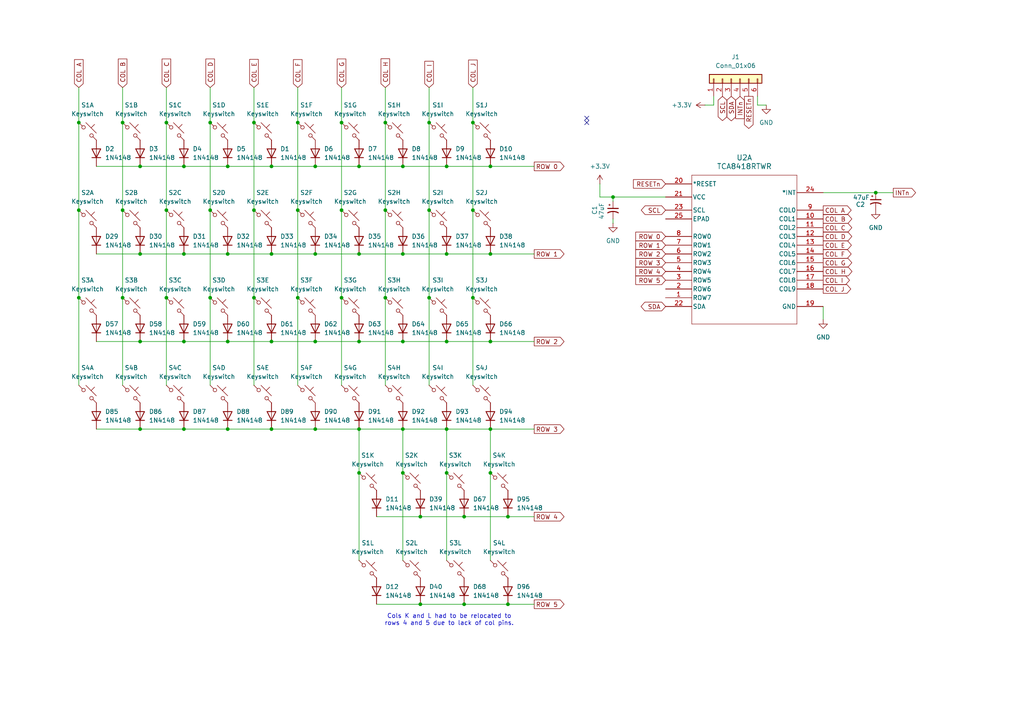
<source format=kicad_sch>
(kicad_sch (version 20231120) (generator "eeschema") (generator_version "8.0")
  (paper "A4")
  (junction (at 142.24 99.06))
  (junction (at 104.14 137.16))
  (junction (at 73.66 86.36))
  (junction (at 104.14 124.46))
  (junction (at 40.64 48.26))
  (junction (at 104.14 99.06))
  (junction (at 142.24 73.66))
  (junction (at 35.56 86.36))
  (junction (at 78.74 48.26))
  (junction (at 111.76 86.36))
  (junction (at 91.44 48.26))
  (junction (at 129.54 48.26))
  (junction (at 104.14 73.66))
  (junction (at 104.14 48.26))
  (junction (at 116.84 124.46))
  (junction (at 99.06 35.56))
  (junction (at 129.54 124.46))
  (junction (at 48.26 86.36))
  (junction (at 60.96 86.36))
  (junction (at 121.92 175.26))
  (junction (at 73.66 60.96))
  (junction (at 124.46 60.96))
  (junction (at 142.24 124.46))
  (junction (at 22.86 86.36))
  (junction (at 134.62 175.26))
  (junction (at 147.32 149.86))
  (junction (at 177.8 57.15))
  (junction (at 35.56 60.96))
  (junction (at 116.84 99.06))
  (junction (at 111.76 35.56))
  (junction (at 60.96 60.96))
  (junction (at 137.16 35.56))
  (junction (at 53.34 48.26))
  (junction (at 129.54 73.66))
  (junction (at 99.06 60.96))
  (junction (at 91.44 73.66))
  (junction (at 40.64 73.66))
  (junction (at 66.04 73.66))
  (junction (at 48.26 60.96))
  (junction (at 86.36 60.96))
  (junction (at 137.16 60.96))
  (junction (at 53.34 73.66))
  (junction (at 40.64 124.46))
  (junction (at 78.74 73.66))
  (junction (at 91.44 124.46))
  (junction (at 66.04 48.26))
  (junction (at 147.32 175.26))
  (junction (at 142.24 48.26))
  (junction (at 121.92 149.86))
  (junction (at 40.64 99.06))
  (junction (at 116.84 48.26))
  (junction (at 116.84 137.16))
  (junction (at 73.66 35.56))
  (junction (at 48.26 35.56))
  (junction (at 66.04 124.46))
  (junction (at 66.04 99.06))
  (junction (at 254 55.88))
  (junction (at 129.54 99.06))
  (junction (at 99.06 86.36))
  (junction (at 124.46 35.56))
  (junction (at 78.74 99.06))
  (junction (at 137.16 86.36))
  (junction (at 91.44 99.06))
  (junction (at 116.84 73.66))
  (junction (at 53.34 124.46))
  (junction (at 142.24 137.16))
  (junction (at 35.56 35.56))
  (junction (at 60.96 35.56))
  (junction (at 111.76 60.96))
  (junction (at 22.86 35.56))
  (junction (at 53.34 99.06))
  (junction (at 86.36 86.36))
  (junction (at 134.62 149.86))
  (junction (at 129.54 137.16))
  (junction (at 124.46 86.36))
  (junction (at 86.36 35.56))
  (junction (at 22.86 60.96))
  (junction (at 78.74 124.46))
  (no_connect (at 170.18 34.29))
  (no_connect (at 170.18 35.56))
  (wire (pts (xy 27.94 48.26) (xy 40.64 48.26)))
  (wire (pts (xy 124.46 35.56) (xy 124.46 60.96)))
  (wire (pts (xy 73.66 25.4) (xy 73.66 35.56)))
  (wire (pts (xy 173.99 57.15) (xy 177.8 57.15)))
  (wire (pts (xy 219.71 27.94) (xy 219.71 30.48)))
  (wire (pts (xy 99.06 86.36) (xy 99.06 111.76)))
  (wire (pts (xy 142.24 124.46) (xy 142.24 137.16)))
  (wire (pts (xy 207.01 30.48) (xy 207.01 27.94)))
  (wire (pts (xy 22.86 25.4) (xy 22.86 35.56)))
  (wire (pts (xy 173.99 53.34) (xy 173.99 57.15)))
  (wire (pts (xy 91.44 99.06) (xy 104.14 99.06)))
  (wire (pts (xy 129.54 73.66) (xy 142.24 73.66)))
  (wire (pts (xy 129.54 124.46) (xy 142.24 124.46)))
  (wire (pts (xy 121.92 175.26) (xy 134.62 175.26)))
  (wire (pts (xy 129.54 137.16) (xy 129.54 162.56)))
  (wire (pts (xy 22.86 86.36) (xy 22.86 111.76)))
  (wire (pts (xy 35.56 25.4) (xy 35.56 35.56)))
  (wire (pts (xy 60.96 60.96) (xy 60.96 86.36)))
  (wire (pts (xy 238.76 88.9) (xy 238.76 92.71)))
  (wire (pts (xy 35.56 60.96) (xy 35.56 86.36)))
  (wire (pts (xy 124.46 25.4) (xy 124.46 35.56)))
  (wire (pts (xy 22.86 35.56) (xy 22.86 60.96)))
  (wire (pts (xy 204.47 30.48) (xy 207.01 30.48)))
  (wire (pts (xy 99.06 35.56) (xy 99.06 60.96)))
  (wire (pts (xy 99.06 60.96) (xy 99.06 86.36)))
  (wire (pts (xy 60.96 86.36) (xy 60.96 111.76)))
  (wire (pts (xy 48.26 60.96) (xy 48.26 86.36)))
  (wire (pts (xy 124.46 60.96) (xy 124.46 86.36)))
  (wire (pts (xy 137.16 86.36) (xy 137.16 111.76)))
  (wire (pts (xy 40.64 124.46) (xy 53.34 124.46)))
  (wire (pts (xy 116.84 73.66) (xy 129.54 73.66)))
  (wire (pts (xy 27.94 73.66) (xy 40.64 73.66)))
  (wire (pts (xy 86.36 60.96) (xy 86.36 86.36)))
  (wire (pts (xy 66.04 48.26) (xy 78.74 48.26)))
  (wire (pts (xy 78.74 124.46) (xy 91.44 124.46)))
  (wire (pts (xy 137.16 60.96) (xy 137.16 86.36)))
  (wire (pts (xy 78.74 99.06) (xy 91.44 99.06)))
  (wire (pts (xy 104.14 99.06) (xy 116.84 99.06)))
  (wire (pts (xy 35.56 35.56) (xy 35.56 60.96)))
  (wire (pts (xy 104.14 48.26) (xy 116.84 48.26)))
  (wire (pts (xy 177.8 57.15) (xy 193.04 57.15)))
  (wire (pts (xy 91.44 124.46) (xy 104.14 124.46)))
  (wire (pts (xy 40.64 73.66) (xy 53.34 73.66)))
  (wire (pts (xy 91.44 48.26) (xy 104.14 48.26)))
  (wire (pts (xy 134.62 149.86) (xy 147.32 149.86)))
  (wire (pts (xy 111.76 60.96) (xy 111.76 86.36)))
  (wire (pts (xy 40.64 48.26) (xy 53.34 48.26)))
  (wire (pts (xy 116.84 124.46) (xy 116.84 137.16)))
  (wire (pts (xy 73.66 35.56) (xy 73.66 60.96)))
  (wire (pts (xy 147.32 149.86) (xy 154.94 149.86)))
  (wire (pts (xy 137.16 25.4) (xy 137.16 35.56)))
  (wire (pts (xy 48.26 86.36) (xy 48.26 111.76)))
  (wire (pts (xy 116.84 99.06) (xy 129.54 99.06)))
  (wire (pts (xy 53.34 124.46) (xy 66.04 124.46)))
  (wire (pts (xy 86.36 25.4) (xy 86.36 35.56)))
  (wire (pts (xy 147.32 175.26) (xy 154.94 175.26)))
  (wire (pts (xy 177.8 63.5) (xy 177.8 64.77)))
  (wire (pts (xy 78.74 73.66) (xy 91.44 73.66)))
  (wire (pts (xy 53.34 73.66) (xy 66.04 73.66)))
  (wire (pts (xy 116.84 48.26) (xy 129.54 48.26)))
  (wire (pts (xy 142.24 137.16) (xy 142.24 162.56)))
  (wire (pts (xy 238.76 55.88) (xy 254 55.88)))
  (wire (pts (xy 86.36 35.56) (xy 86.36 60.96)))
  (wire (pts (xy 91.44 73.66) (xy 104.14 73.66)))
  (wire (pts (xy 40.64 99.06) (xy 53.34 99.06)))
  (wire (pts (xy 35.56 86.36) (xy 35.56 111.76)))
  (wire (pts (xy 27.94 99.06) (xy 40.64 99.06)))
  (wire (pts (xy 86.36 86.36) (xy 86.36 111.76)))
  (wire (pts (xy 109.22 149.86) (xy 121.92 149.86)))
  (wire (pts (xy 104.14 124.46) (xy 116.84 124.46)))
  (wire (pts (xy 99.06 25.4) (xy 99.06 35.56)))
  (wire (pts (xy 104.14 124.46) (xy 104.14 137.16)))
  (wire (pts (xy 104.14 137.16) (xy 104.14 162.56)))
  (wire (pts (xy 124.46 86.36) (xy 124.46 111.76)))
  (wire (pts (xy 48.26 25.4) (xy 48.26 35.56)))
  (wire (pts (xy 73.66 60.96) (xy 73.66 86.36)))
  (wire (pts (xy 111.76 25.4) (xy 111.76 35.56)))
  (wire (pts (xy 53.34 48.26) (xy 66.04 48.26)))
  (wire (pts (xy 142.24 99.06) (xy 154.94 99.06)))
  (wire (pts (xy 53.34 99.06) (xy 66.04 99.06)))
  (wire (pts (xy 129.54 124.46) (xy 129.54 137.16)))
  (wire (pts (xy 121.92 149.86) (xy 134.62 149.86)))
  (wire (pts (xy 73.66 86.36) (xy 73.66 111.76)))
  (wire (pts (xy 22.86 60.96) (xy 22.86 86.36)))
  (wire (pts (xy 104.14 73.66) (xy 116.84 73.66)))
  (wire (pts (xy 177.8 58.42) (xy 177.8 57.15)))
  (wire (pts (xy 134.62 175.26) (xy 147.32 175.26)))
  (wire (pts (xy 78.74 48.26) (xy 91.44 48.26)))
  (wire (pts (xy 66.04 99.06) (xy 78.74 99.06)))
  (wire (pts (xy 27.94 124.46) (xy 40.64 124.46)))
  (wire (pts (xy 142.24 73.66) (xy 154.94 73.66)))
  (wire (pts (xy 60.96 25.4) (xy 60.96 35.56)))
  (wire (pts (xy 219.71 30.48) (xy 222.25 30.48)))
  (wire (pts (xy 129.54 99.06) (xy 142.24 99.06)))
  (wire (pts (xy 137.16 35.56) (xy 137.16 60.96)))
  (wire (pts (xy 66.04 124.46) (xy 78.74 124.46)))
  (wire (pts (xy 116.84 124.46) (xy 129.54 124.46)))
  (wire (pts (xy 109.22 175.26) (xy 121.92 175.26)))
  (wire (pts (xy 66.04 73.66) (xy 78.74 73.66)))
  (wire (pts (xy 142.24 124.46) (xy 154.94 124.46)))
  (wire (pts (xy 60.96 35.56) (xy 60.96 60.96)))
  (wire (pts (xy 142.24 48.26) (xy 154.94 48.26)))
  (wire (pts (xy 111.76 86.36) (xy 111.76 111.76)))
  (wire (pts (xy 111.76 35.56) (xy 111.76 60.96)))
  (wire (pts (xy 254 55.88) (xy 259.08 55.88)))
  (wire (pts (xy 129.54 48.26) (xy 142.24 48.26)))
  (wire (pts (xy 48.26 35.56) (xy 48.26 60.96)))
  (wire (pts (xy 116.84 137.16) (xy 116.84 162.56)))
  (text "Cols K and L had to be relocated to\nrows 4 and 5 due to lack of col pins.\n" (at 130.302 179.832 0) (effects (font (size 1.27 1.27))))
  (global_label "ROW 2" (shape input) (at 193.04 73.66 180) (property "Intersheetrefs" "${INTERSHEET_REFS}" (effects (hide yes))))
  (global_label "ROW 3" (shape output) (at 154.94 124.46 0) (property "Intersheetrefs" "${INTERSHEET_REFS}" (effects (hide yes))))
  (global_label "COL F" (shape output) (at 238.76 73.66 0) (property "Intersheetrefs" "${INTERSHEET_REFS}" (effects (hide yes))))
  (global_label "COL J" (shape input) (at 137.16 25.4 90) (property "Intersheetrefs" "${INTERSHEET_REFS}" (effects (hide yes))))
  (global_label "COL G" (shape input) (at 99.06 25.4 90) (property "Intersheetrefs" "${INTERSHEET_REFS}" (effects (hide yes))))
  (global_label "COL A" (shape output) (at 238.76 60.96 0) (property "Intersheetrefs" "${INTERSHEET_REFS}" (effects (hide yes))))
  (global_label "RESETn" (shape input) (at 193.04 53.34 180) (property "Intersheetrefs" "${INTERSHEET_REFS}" (effects (hide yes))))
  (global_label "COL F" (shape input) (at 86.36 25.4 90) (property "Intersheetrefs" "${INTERSHEET_REFS}" (effects (hide yes))))
  (global_label "SDA" (shape bidirectional) (at 212.09 27.94 270) (property "Intersheetrefs" "${INTERSHEET_REFS}" (effects (hide yes))))
  (global_label "INTn" (shape output) (at 259.08 55.88 0) (property "Intersheetrefs" "${INTERSHEET_REFS}" (effects (hide yes))))
  (global_label "COL D" (shape input) (at 60.96 25.4 90) (property "Intersheetrefs" "${INTERSHEET_REFS}" (effects (hide yes))))
  (global_label "ROW 1" (shape input) (at 193.04 71.12 180) (property "Intersheetrefs" "${INTERSHEET_REFS}" (effects (hide yes))))
  (global_label "SCL" (shape bidirectional) (at 209.55 27.94 270) (property "Intersheetrefs" "${INTERSHEET_REFS}" (effects (hide yes))))
  (global_label "SCL" (shape bidirectional) (at 193.04 60.96 180) (property "Intersheetrefs" "${INTERSHEET_REFS}" (effects (hide yes))))
  (global_label "ROW 4" (shape output) (at 154.94 149.86 0) (property "Intersheetrefs" "${INTERSHEET_REFS}" (effects (hide yes))))
  (global_label "COL H" (shape input) (at 111.76 25.4 90) (property "Intersheetrefs" "${INTERSHEET_REFS}" (effects (hide yes))))
  (global_label "COL D" (shape output) (at 238.76 68.58 0) (property "Intersheetrefs" "${INTERSHEET_REFS}" (effects (hide yes))))
  (global_label "ROW 2" (shape output) (at 154.94 99.06 0) (property "Intersheetrefs" "${INTERSHEET_REFS}" (effects (hide yes))))
  (global_label "ROW 4" (shape input) (at 193.04 78.74 180) (property "Intersheetrefs" "${INTERSHEET_REFS}" (effects (hide yes))))
  (global_label "COL J" (shape output) (at 238.76 83.82 0) (property "Intersheetrefs" "${INTERSHEET_REFS}" (effects (hide yes))))
  (global_label "COL C" (shape output) (at 238.76 66.04 0) (property "Intersheetrefs" "${INTERSHEET_REFS}" (effects (hide yes))))
  (global_label "ROW 0" (shape input) (at 193.04 68.58 180) (property "Intersheetrefs" "${INTERSHEET_REFS}" (effects (hide yes))))
  (global_label "ROW 5" (shape output) (at 154.94 175.26 0) (property "Intersheetrefs" "${INTERSHEET_REFS}" (effects (hide yes))))
  (global_label "INTn" (shape input) (at 214.63 27.94 270) (property "Intersheetrefs" "${INTERSHEET_REFS}" (effects (hide yes))))
  (global_label "COL G" (shape output) (at 238.76 76.2 0) (property "Intersheetrefs" "${INTERSHEET_REFS}" (effects (hide yes))))
  (global_label "COL B" (shape output) (at 238.76 63.5 0) (property "Intersheetrefs" "${INTERSHEET_REFS}" (effects (hide yes))))
  (global_label "COL C" (shape input) (at 48.26 25.4 90) (property "Intersheetrefs" "${INTERSHEET_REFS}" (effects (hide yes))))
  (global_label "COL I" (shape output) (at 238.76 81.28 0) (property "Intersheetrefs" "${INTERSHEET_REFS}" (effects (hide yes))))
  (global_label "COL I" (shape input) (at 124.46 25.4 90) (property "Intersheetrefs" "${INTERSHEET_REFS}" (effects (hide yes))))
  (global_label "ROW 3" (shape input) (at 193.04 76.2 180) (property "Intersheetrefs" "${INTERSHEET_REFS}" (effects (hide yes))))
  (global_label "ROW 5" (shape input) (at 193.04 81.28 180) (property "Intersheetrefs" "${INTERSHEET_REFS}" (effects (hide yes))))
  (global_label "COL B" (shape input) (at 35.56 25.4 90) (property "Intersheetrefs" "${INTERSHEET_REFS}" (effects (hide yes))))
  (global_label "RESETn" (shape output) (at 217.17 27.94 270) (property "Intersheetrefs" "${INTERSHEET_REFS}" (effects (hide yes))))
  (global_label "COL H" (shape output) (at 238.76 78.74 0) (property "Intersheetrefs" "${INTERSHEET_REFS}" (effects (hide yes))))
  (global_label "ROW 0" (shape output) (at 154.94 48.26 0) (property "Intersheetrefs" "${INTERSHEET_REFS}" (effects (hide yes))))
  (global_label "ROW 1" (shape output) (at 154.94 73.66 0) (property "Intersheetrefs" "${INTERSHEET_REFS}" (effects (hide yes))))
  (global_label "COL A" (shape input) (at 22.86 25.4 90) (property "Intersheetrefs" "${INTERSHEET_REFS}" (effects (hide yes))))
  (global_label "COL E" (shape output) (at 238.76 71.12 0) (property "Intersheetrefs" "${INTERSHEET_REFS}" (effects (hide yes))))
  (global_label "SDA" (shape bidirectional) (at 193.04 88.9 180) (property "Intersheetrefs" "${INTERSHEET_REFS}" (effects (hide yes))))
  (global_label "COL E" (shape input) (at 73.66 25.4 90) (property "Intersheetrefs" "${INTERSHEET_REFS}" (effects (hide yes))))
  (symbol (lib_id "Diode:1N4148") (at 78.74 120.65 90) (unit 1)
    (property "Reference" "D89" (at 81.28 119.3799 90) (effects (justify right)))
    (property "Value" "1N4148" (at 81.28 121.9199 90) (effects (justify right)))
    (property "Footprint" "Diode_THT:D_DO-35_SOD27_P7.62mm_Horizontal" (effects (hide yes)))
    (property "Datasheet" "https://assets.nexperia.com/documents/data-sheet/1N4148_1N4448.pdf" (effects (hide yes)))
    (property "Description" "100V 0.15A standard switching diode, DO-35" (effects (hide yes)))
    (property "Sim.Device" "D" (effects (hide yes)))
    (property "Sim.Pins" "1=K 2=A" (effects (hide yes)))
  )
  (symbol (lib_id "Diode:1N4148") (at 66.04 69.85 90) (unit 1)
    (property "Reference" "D32" (at 68.58 68.5799 90) (effects (justify right)))
    (property "Value" "1N4148" (at 68.58 71.1199 90) (effects (justify right)))
    (property "Footprint" "Diode_THT:D_DO-35_SOD27_P7.62mm_Horizontal" (effects (hide yes)))
    (property "Datasheet" "https://assets.nexperia.com/documents/data-sheet/1N4148_1N4448.pdf" (effects (hide yes)))
    (property "Description" "100V 0.15A standard switching diode, DO-35" (effects (hide yes)))
    (property "Sim.Device" "D" (effects (hide yes)))
    (property "Sim.Pins" "1=K 2=A" (effects (hide yes)))
  )
  (symbol (lib_id "ScottoKeebs:Placeholder_Keyswitch") (at 139.7 88.9 0) (unit 1)
    (property "Reference" "S3J" (at 139.7 81.28 0))
    (property "Value" "Keyswitch" (at 139.7 83.82 0))
    (property "Description" "Push button switch, normally open, two pins, 45° tilted" (effects (hide yes)))
  )
  (symbol (lib_id "ScottoKeebs:Placeholder_Keyswitch") (at 38.1 88.9 0) (unit 1)
    (property "Reference" "S3B" (at 38.1 81.28 0))
    (property "Value" "Keyswitch" (at 38.1 83.82 0))
    (property "Description" "Push button switch, normally open, two pins, 45° tilted" (effects (hide yes)))
  )
  (symbol (lib_id "Diode:1N4148") (at 91.44 69.85 90) (unit 1)
    (property "Reference" "D34" (at 93.98 68.5799 90) (effects (justify right)))
    (property "Value" "1N4148" (at 93.98 71.1199 90) (effects (justify right)))
    (property "Footprint" "Diode_THT:D_DO-35_SOD27_P7.62mm_Horizontal" (effects (hide yes)))
    (property "Datasheet" "https://assets.nexperia.com/documents/data-sheet/1N4148_1N4448.pdf" (effects (hide yes)))
    (property "Description" "100V 0.15A standard switching diode, DO-35" (effects (hide yes)))
    (property "Sim.Device" "D" (effects (hide yes)))
    (property "Sim.Pins" "1=K 2=A" (effects (hide yes)))
  )
  (symbol (lib_id "Device:C_Polarized_Small_US") (at 177.8 60.96 0) (unit 1)
    (property "Reference" "C1" (at 172.466 60.96 90))
    (property "Value" "47uF" (at 174.498 61.214 90))
    (property "Description" "Polarized capacitor, small US symbol" (effects (hide yes)))
  )
  (symbol (lib_id "Diode:1N4148") (at 104.14 95.25 90) (unit 1)
    (property "Reference" "D63" (at 106.68 93.9799 90) (effects (justify right)))
    (property "Value" "1N4148" (at 106.68 96.5199 90) (effects (justify right)))
    (property "Footprint" "Diode_THT:D_DO-35_SOD27_P7.62mm_Horizontal" (effects (hide yes)))
    (property "Datasheet" "https://assets.nexperia.com/documents/data-sheet/1N4148_1N4448.pdf" (effects (hide yes)))
    (property "Description" "100V 0.15A standard switching diode, DO-35" (effects (hide yes)))
    (property "Sim.Device" "D" (effects (hide yes)))
    (property "Sim.Pins" "1=K 2=A" (effects (hide yes)))
  )
  (symbol (lib_id "ScottoKeebs:Placeholder_Keyswitch") (at 88.9 114.3 0) (unit 1)
    (property "Reference" "S4F" (at 88.9 106.68 0))
    (property "Value" "Keyswitch" (at 88.9 109.22 0))
    (property "Description" "Push button switch, normally open, two pins, 45° tilted" (effects (hide yes)))
  )
  (symbol (lib_id "ScottoKeebs:Placeholder_Keyswitch") (at 139.7 114.3 0) (unit 1)
    (property "Reference" "S4J" (at 139.7 106.68 0))
    (property "Value" "Keyswitch" (at 139.7 109.22 0))
    (property "Description" "Push button switch, normally open, two pins, 45° tilted" (effects (hide yes)))
  )
  (symbol (lib_id "ScottoKeebs:Placeholder_Keyswitch") (at 114.3 63.5 0) (unit 1)
    (property "Reference" "S2H" (at 114.3 55.88 0))
    (property "Value" "Keyswitch" (at 114.3 58.42 0))
    (property "Description" "Push button switch, normally open, two pins, 45° tilted" (effects (hide yes)))
  )
  (symbol (lib_id "ScottoKeebs:Placeholder_Keyswitch") (at 114.3 38.1 0) (unit 1)
    (property "Reference" "S1H" (at 114.3 30.48 0))
    (property "Value" "Keyswitch" (at 114.3 33.02 0))
    (property "Description" "Push button switch, normally open, two pins, 45° tilted" (effects (hide yes)))
  )
  (symbol (lib_id "Diode:1N4148") (at 129.54 95.25 90) (unit 1)
    (property "Reference" "D65" (at 132.08 93.9799 90) (effects (justify right)))
    (property "Value" "1N4148" (at 132.08 96.5199 90) (effects (justify right)))
    (property "Footprint" "Diode_THT:D_DO-35_SOD27_P7.62mm_Horizontal" (effects (hide yes)))
    (property "Datasheet" "https://assets.nexperia.com/documents/data-sheet/1N4148_1N4448.pdf" (effects (hide yes)))
    (property "Description" "100V 0.15A standard switching diode, DO-35" (effects (hide yes)))
    (property "Sim.Device" "D" (effects (hide yes)))
    (property "Sim.Pins" "1=K 2=A" (effects (hide yes)))
  )
  (symbol (lib_id "Diode:1N4148") (at 142.24 120.65 90) (unit 1)
    (property "Reference" "D94" (at 144.78 119.3799 90) (effects (justify right)))
    (property "Value" "1N4148" (at 144.78 121.9199 90) (effects (justify right)))
    (property "Footprint" "Diode_THT:D_DO-35_SOD27_P7.62mm_Horizontal" (effects (hide yes)))
    (property "Datasheet" "https://assets.nexperia.com/documents/data-sheet/1N4148_1N4448.pdf" (effects (hide yes)))
    (property "Description" "100V 0.15A standard switching diode, DO-35" (effects (hide yes)))
    (property "Sim.Device" "D" (effects (hide yes)))
    (property "Sim.Pins" "1=K 2=A" (effects (hide yes)))
  )
  (symbol (lib_id "power:GND") (at 177.8 64.77 0) (unit 1)
    (property "Reference" "#PWR03" (effects (hide yes)))
    (property "Value" "GND" (at 177.8 69.85 0))
    (property "Description" "Power symbol creates a global label with name \"GND\" , ground" (effects (hide yes)))
  )
  (symbol (lib_id "ScottoKeebs:Placeholder_Keyswitch") (at 101.6 38.1 0) (unit 1)
    (property "Reference" "S1G" (at 101.6 30.48 0))
    (property "Value" "Keyswitch" (at 101.6 33.02 0))
    (property "Description" "Push button switch, normally open, two pins, 45° tilted" (effects (hide yes)))
  )
  (symbol (lib_id "ScottoKeebs:Placeholder_Keyswitch") (at 76.2 63.5 0) (unit 1)
    (property "Reference" "S2E" (at 76.2 55.88 0))
    (property "Value" "Keyswitch" (at 76.2 58.42 0))
    (property "Description" "Push button switch, normally open, two pins, 45° tilted" (effects (hide yes)))
  )
  (symbol (lib_id "Diode:1N4148") (at 40.64 95.25 90) (unit 1)
    (property "Reference" "D58" (at 43.18 93.9799 90) (effects (justify right)))
    (property "Value" "1N4148" (at 43.18 96.5199 90) (effects (justify right)))
    (property "Footprint" "Diode_THT:D_DO-35_SOD27_P7.62mm_Horizontal" (effects (hide yes)))
    (property "Datasheet" "https://assets.nexperia.com/documents/data-sheet/1N4148_1N4448.pdf" (effects (hide yes)))
    (property "Description" "100V 0.15A standard switching diode, DO-35" (effects (hide yes)))
    (property "Sim.Device" "D" (effects (hide yes)))
    (property "Sim.Pins" "1=K 2=A" (effects (hide yes)))
  )
  (symbol (lib_id "ScottoKeebs:Placeholder_Keyswitch") (at 144.78 165.1 0) (unit 1)
    (property "Reference" "S4L" (at 144.78 157.48 0))
    (property "Value" "Keyswitch" (at 144.78 160.02 0))
    (property "Description" "Push button switch, normally open, two pins, 45° tilted" (effects (hide yes)))
  )
  (symbol (lib_id "ScottoKeebs:Placeholder_Keyswitch") (at 25.4 63.5 0) (unit 1)
    (property "Reference" "S2A" (at 25.4 55.88 0))
    (property "Value" "Keyswitch" (at 25.4 58.42 0))
    (property "Description" "Push button switch, normally open, two pins, 45° tilted" (effects (hide yes)))
  )
  (symbol (lib_id "Diode:1N4148") (at 27.94 95.25 90) (unit 1)
    (property "Reference" "D57" (at 30.48 93.9799 90) (effects (justify right)))
    (property "Value" "1N4148" (at 30.48 96.5199 90) (effects (justify right)))
    (property "Footprint" "Diode_THT:D_DO-35_SOD27_P7.62mm_Horizontal" (effects (hide yes)))
    (property "Datasheet" "https://assets.nexperia.com/documents/data-sheet/1N4148_1N4448.pdf" (effects (hide yes)))
    (property "Description" "100V 0.15A standard switching diode, DO-35" (effects (hide yes)))
    (property "Sim.Device" "D" (effects (hide yes)))
    (property "Sim.Pins" "1=K 2=A" (effects (hide yes)))
  )
  (symbol (lib_id "Diode:1N4148") (at 40.64 120.65 90) (unit 1)
    (property "Reference" "D86" (at 43.18 119.3799 90) (effects (justify right)))
    (property "Value" "1N4148" (at 43.18 121.9199 90) (effects (justify right)))
    (property "Footprint" "Diode_THT:D_DO-35_SOD27_P7.62mm_Horizontal" (effects (hide yes)))
    (property "Datasheet" "https://assets.nexperia.com/documents/data-sheet/1N4148_1N4448.pdf" (effects (hide yes)))
    (property "Description" "100V 0.15A standard switching diode, DO-35" (effects (hide yes)))
    (property "Sim.Device" "D" (effects (hide yes)))
    (property "Sim.Pins" "1=K 2=A" (effects (hide yes)))
  )
  (symbol (lib_id "Connector_Generic:Conn_01x06") (at 212.09 22.86 90) (unit 1)
    (property "Reference" "J1" (at 213.36 16.51 90))
    (property "Value" "Conn_01x06" (at 213.36 19.05 90))
    (property "Description" "Generic connector, single row, 01x06, script generated (kicad-library-utils/schlib/autogen/connector/)" (effects (hide yes)))
  )
  (symbol (lib_id "Diode:1N4148") (at 134.62 171.45 90) (unit 1)
    (property "Reference" "D68" (at 137.16 170.1799 90) (effects (justify right)))
    (property "Value" "1N4148" (at 137.16 172.7199 90) (effects (justify right)))
    (property "Footprint" "Diode_THT:D_DO-35_SOD27_P7.62mm_Horizontal" (effects (hide yes)))
    (property "Datasheet" "https://assets.nexperia.com/documents/data-sheet/1N4148_1N4448.pdf" (effects (hide yes)))
    (property "Description" "100V 0.15A standard switching diode, DO-35" (effects (hide yes)))
    (property "Sim.Device" "D" (effects (hide yes)))
    (property "Sim.Pins" "1=K 2=A" (effects (hide yes)))
  )
  (symbol (lib_id "Diode:1N4148") (at 104.14 69.85 90) (unit 1)
    (property "Reference" "D35" (at 106.68 68.5799 90) (effects (justify right)))
    (property "Value" "1N4148" (at 106.68 71.1199 90) (effects (justify right)))
    (property "Footprint" "Diode_THT:D_DO-35_SOD27_P7.62mm_Horizontal" (effects (hide yes)))
    (property "Datasheet" "https://assets.nexperia.com/documents/data-sheet/1N4148_1N4448.pdf" (effects (hide yes)))
    (property "Description" "100V 0.15A standard switching diode, DO-35" (effects (hide yes)))
    (property "Sim.Device" "D" (effects (hide yes)))
    (property "Sim.Pins" "1=K 2=A" (effects (hide yes)))
  )
  (symbol (lib_id "Diode:1N4148") (at 53.34 120.65 90) (unit 1)
    (property "Reference" "D87" (at 55.88 119.3799 90) (effects (justify right)))
    (property "Value" "1N4148" (at 55.88 121.9199 90) (effects (justify right)))
    (property "Footprint" "Diode_THT:D_DO-35_SOD27_P7.62mm_Horizontal" (effects (hide yes)))
    (property "Datasheet" "https://assets.nexperia.com/documents/data-sheet/1N4148_1N4448.pdf" (effects (hide yes)))
    (property "Description" "100V 0.15A standard switching diode, DO-35" (effects (hide yes)))
    (property "Sim.Device" "D" (effects (hide yes)))
    (property "Sim.Pins" "1=K 2=A" (effects (hide yes)))
  )
  (symbol (lib_id "Diode:1N4148") (at 91.44 95.25 90) (unit 1)
    (property "Reference" "D62" (at 93.98 93.9799 90) (effects (justify right)))
    (property "Value" "1N4148" (at 93.98 96.5199 90) (effects (justify right)))
    (property "Footprint" "Diode_THT:D_DO-35_SOD27_P7.62mm_Horizontal" (effects (hide yes)))
    (property "Datasheet" "https://assets.nexperia.com/documents/data-sheet/1N4148_1N4448.pdf" (effects (hide yes)))
    (property "Description" "100V 0.15A standard switching diode, DO-35" (effects (hide yes)))
    (property "Sim.Device" "D" (effects (hide yes)))
    (property "Sim.Pins" "1=K 2=A" (effects (hide yes)))
  )
  (symbol (lib_id "Diode:1N4148") (at 66.04 44.45 90) (unit 1)
    (property "Reference" "D5" (at 68.58 43.1799 90) (effects (justify right)))
    (property "Value" "1N4148" (at 68.58 45.7199 90) (effects (justify right)))
    (property "Footprint" "Diode_THT:D_DO-35_SOD27_P7.62mm_Horizontal" (effects (hide yes)))
    (property "Datasheet" "https://assets.nexperia.com/documents/data-sheet/1N4148_1N4448.pdf" (effects (hide yes)))
    (property "Description" "100V 0.15A standard switching diode, DO-35" (effects (hide yes)))
    (property "Sim.Device" "D" (effects (hide yes)))
    (property "Sim.Pins" "1=K 2=A" (effects (hide yes)))
  )
  (symbol (lib_id "ScottoKeebs:Placeholder_Keyswitch") (at 127 114.3 0) (unit 1)
    (property "Reference" "S4I" (at 127 106.68 0))
    (property "Value" "Keyswitch" (at 127 109.22 0))
    (property "Description" "Push button switch, normally open, two pins, 45° tilted" (effects (hide yes)))
  )
  (symbol (lib_id "Diode:1N4148") (at 104.14 44.45 90) (unit 1)
    (property "Reference" "D7" (at 106.68 43.1799 90) (effects (justify right)))
    (property "Value" "1N4148" (at 106.68 45.7199 90) (effects (justify right)))
    (property "Footprint" "Diode_THT:D_DO-35_SOD27_P7.62mm_Horizontal" (effects (hide yes)))
    (property "Datasheet" "https://assets.nexperia.com/documents/data-sheet/1N4148_1N4448.pdf" (effects (hide yes)))
    (property "Description" "100V 0.15A standard switching diode, DO-35" (effects (hide yes)))
    (property "Sim.Device" "D" (effects (hide yes)))
    (property "Sim.Pins" "1=K 2=A" (effects (hide yes)))
  )
  (symbol (lib_id "Diode:1N4148") (at 66.04 120.65 90) (unit 1)
    (property "Reference" "D88" (at 68.58 119.3799 90) (effects (justify right)))
    (property "Value" "1N4148" (at 68.58 121.9199 90) (effects (justify right)))
    (property "Footprint" "Diode_THT:D_DO-35_SOD27_P7.62mm_Horizontal" (effects (hide yes)))
    (property "Datasheet" "https://assets.nexperia.com/documents/data-sheet/1N4148_1N4448.pdf" (effects (hide yes)))
    (property "Description" "100V 0.15A standard switching diode, DO-35" (effects (hide yes)))
    (property "Sim.Device" "D" (effects (hide yes)))
    (property "Sim.Pins" "1=K 2=A" (effects (hide yes)))
  )
  (symbol (lib_id "Diode:1N4148") (at 66.04 95.25 90) (unit 1)
    (property "Reference" "D60" (at 68.58 93.9799 90) (effects (justify right)))
    (property "Value" "1N4148" (at 68.58 96.5199 90) (effects (justify right)))
    (property "Footprint" "Diode_THT:D_DO-35_SOD27_P7.62mm_Horizontal" (effects (hide yes)))
    (property "Datasheet" "https://assets.nexperia.com/documents/data-sheet/1N4148_1N4448.pdf" (effects (hide yes)))
    (property "Description" "100V 0.15A standard switching diode, DO-35" (effects (hide yes)))
    (property "Sim.Device" "D" (effects (hide yes)))
    (property "Sim.Pins" "1=K 2=A" (effects (hide yes)))
  )
  (symbol (lib_id "Diode:1N4148") (at 27.94 69.85 90) (unit 1)
    (property "Reference" "D29" (at 30.48 68.5799 90) (effects (justify right)))
    (property "Value" "1N4148" (at 30.48 71.1199 90) (effects (justify right)))
    (property "Footprint" "Diode_THT:D_DO-35_SOD27_P7.62mm_Horizontal" (effects (hide yes)))
    (property "Datasheet" "https://assets.nexperia.com/documents/data-sheet/1N4148_1N4448.pdf" (effects (hide yes)))
    (property "Description" "100V 0.15A standard switching diode, DO-35" (effects (hide yes)))
    (property "Sim.Device" "D" (effects (hide yes)))
    (property "Sim.Pins" "1=K 2=A" (effects (hide yes)))
  )
  (symbol (lib_id "ScottoKeebs:Placeholder_Keyswitch") (at 101.6 88.9 0) (unit 1)
    (property "Reference" "S3G" (at 101.6 81.28 0))
    (property "Value" "Keyswitch" (at 101.6 83.82 0))
    (property "Description" "Push button switch, normally open, two pins, 45° tilted" (effects (hide yes)))
  )
  (symbol (lib_id "Diode:1N4148") (at 121.92 146.05 90) (unit 1)
    (property "Reference" "D39" (at 124.46 144.7799 90) (effects (justify right)))
    (property "Value" "1N4148" (at 124.46 147.3199 90) (effects (justify right)))
    (property "Footprint" "Diode_THT:D_DO-35_SOD27_P7.62mm_Horizontal" (effects (hide yes)))
    (property "Datasheet" "https://assets.nexperia.com/documents/data-sheet/1N4148_1N4448.pdf" (effects (hide yes)))
    (property "Description" "100V 0.15A standard switching diode, DO-35" (effects (hide yes)))
    (property "Sim.Device" "D" (effects (hide yes)))
    (property "Sim.Pins" "1=K 2=A" (effects (hide yes)))
  )
  (symbol (lib_id "ScottoKeebs:Placeholder_Keyswitch") (at 114.3 88.9 0) (unit 1)
    (property "Reference" "S3H" (at 114.3 81.28 0))
    (property "Value" "Keyswitch" (at 114.3 83.82 0))
    (property "Description" "Push button switch, normally open, two pins, 45° tilted" (effects (hide yes)))
  )
  (symbol (lib_id "ScottoKeebs:Placeholder_Keyswitch") (at 63.5 114.3 0) (unit 1)
    (property "Reference" "S4D" (at 63.5 106.68 0))
    (property "Value" "Keyswitch" (at 63.5 109.22 0))
    (property "Description" "Push button switch, normally open, two pins, 45° tilted" (effects (hide yes)))
  )
  (symbol (lib_id "ScottoKeebs:Placeholder_Keyswitch") (at 119.38 139.7 0) (unit 1)
    (property "Reference" "S2K" (at 119.38 132.08 0))
    (property "Value" "Keyswitch" (at 119.38 134.62 0))
    (property "Description" "Push button switch, normally open, two pins, 45° tilted" (effects (hide yes)))
  )
  (symbol (lib_id "Diode:1N4148") (at 129.54 69.85 90) (unit 1)
    (property "Reference" "D37" (at 132.08 68.5799 90) (effects (justify right)))
    (property "Value" "1N4148" (at 132.08 71.1199 90) (effects (justify right)))
    (property "Footprint" "Diode_THT:D_DO-35_SOD27_P7.62mm_Horizontal" (effects (hide yes)))
    (property "Datasheet" "https://assets.nexperia.com/documents/data-sheet/1N4148_1N4448.pdf" (effects (hide yes)))
    (property "Description" "100V 0.15A standard switching diode, DO-35" (effects (hide yes)))
    (property "Sim.Device" "D" (effects (hide yes)))
    (property "Sim.Pins" "1=K 2=A" (effects (hide yes)))
  )
  (symbol (lib_id "ScottoKeebs:Placeholder_Keyswitch") (at 132.08 165.1 0) (unit 1)
    (property "Reference" "S3L" (at 132.08 157.48 0))
    (property "Value" "Keyswitch" (at 132.08 160.02 0))
    (property "Description" "Push button switch, normally open, two pins, 45° tilted" (effects (hide yes)))
  )
  (symbol (lib_id "ScottoKeebs:Placeholder_Keyswitch") (at 106.68 139.7 0) (unit 1)
    (property "Reference" "S1K" (at 106.68 132.08 0))
    (property "Value" "Keyswitch" (at 106.68 134.62 0))
    (property "Description" "Push button switch, normally open, two pins, 45° tilted" (effects (hide yes)))
  )
  (symbol (lib_id "Diode:1N4148") (at 134.62 146.05 90) (unit 1)
    (property "Reference" "D67" (at 137.16 144.7799 90) (effects (justify right)))
    (property "Value" "1N4148" (at 137.16 147.3199 90) (effects (justify right)))
    (property "Footprint" "Diode_THT:D_DO-35_SOD27_P7.62mm_Horizontal" (effects (hide yes)))
    (property "Datasheet" "https://assets.nexperia.com/documents/data-sheet/1N4148_1N4448.pdf" (effects (hide yes)))
    (property "Description" "100V 0.15A standard switching diode, DO-35" (effects (hide yes)))
    (property "Sim.Device" "D" (effects (hide yes)))
    (property "Sim.Pins" "1=K 2=A" (effects (hide yes)))
  )
  (symbol (lib_id "ScottoKeebs:Placeholder_Keyswitch") (at 132.08 139.7 0) (unit 1)
    (property "Reference" "S3K" (at 132.08 132.08 0))
    (property "Value" "Keyswitch" (at 132.08 134.62 0))
    (property "Description" "Push button switch, normally open, two pins, 45° tilted" (effects (hide yes)))
  )
  (symbol (lib_id "Diode:1N4148") (at 142.24 95.25 90) (unit 1)
    (property "Reference" "D66" (at 144.78 93.9799 90) (effects (justify right)))
    (property "Value" "1N4148" (at 144.78 96.5199 90) (effects (justify right)))
    (property "Footprint" "Diode_THT:D_DO-35_SOD27_P7.62mm_Horizontal" (effects (hide yes)))
    (property "Datasheet" "https://assets.nexperia.com/documents/data-sheet/1N4148_1N4448.pdf" (effects (hide yes)))
    (property "Description" "100V 0.15A standard switching diode, DO-35" (effects (hide yes)))
    (property "Sim.Device" "D" (effects (hide yes)))
    (property "Sim.Pins" "1=K 2=A" (effects (hide yes)))
  )
  (symbol (lib_id "Diode:1N4148") (at 40.64 69.85 90) (unit 1)
    (property "Reference" "D30" (at 43.18 68.5799 90) (effects (justify right)))
    (property "Value" "1N4148" (at 43.18 71.1199 90) (effects (justify right)))
    (property "Footprint" "Diode_THT:D_DO-35_SOD27_P7.62mm_Horizontal" (effects (hide yes)))
    (property "Datasheet" "https://assets.nexperia.com/documents/data-sheet/1N4148_1N4448.pdf" (effects (hide yes)))
    (property "Description" "100V 0.15A standard switching diode, DO-35" (effects (hide yes)))
    (property "Sim.Device" "D" (effects (hide yes)))
    (property "Sim.Pins" "1=K 2=A" (effects (hide yes)))
  )
  (symbol (lib_id "ScottoKeebs:Placeholder_Keyswitch") (at 25.4 38.1 0) (unit 1)
    (property "Reference" "S1A" (at 25.4 30.48 0))
    (property "Value" "Keyswitch" (at 25.4 33.02 0))
    (property "Description" "Push button switch, normally open, two pins, 45° tilted" (effects (hide yes)))
  )
  (symbol (lib_id "ScottoKeebs:Placeholder_Keyswitch") (at 144.78 139.7 0) (unit 1)
    (property "Reference" "S4K" (at 144.78 132.08 0))
    (property "Value" "Keyswitch" (at 144.78 134.62 0))
    (property "Description" "Push button switch, normally open, two pins, 45° tilted" (effects (hide yes)))
  )
  (symbol (lib_id "power:+3.3V") (at 204.47 30.48 90) (unit 1)
    (property "Reference" "#PWR05" (effects (hide yes)))
    (property "Value" "+3.3V" (at 200.66 30.4799 90) (effects (justify left)))
    (property "Description" "Power symbol creates a global label with name \"+3.3V\"" (effects (hide yes)))
  )
  (symbol (lib_name "TCA8418RTWR_1") (lib_id "TCA8418RTWR:TCA8418RTWR") (at 193.04 55.88 0) (unit 1)
    (property "Reference" "U2" (at 215.9 45.72 0) (effects (font (size 1.524 1.524))))
    (property "Value" "TCA8418RTWR" (at 215.9 48.26 0) (effects (font (size 1.524 1.524))))
    (property "Footprint" "RTW24_2P45X2P45" (effects (hide yes)))
    (property "Datasheet" "TCA8418RTWR" (effects (hide yes)))
  )
  (symbol (lib_id "Diode:1N4148") (at 78.74 44.45 90) (unit 1)
    (property "Reference" "D1" (at 81.28 43.1799 90) (effects (justify right)))
    (property "Value" "1N4148" (at 81.28 45.7199 90) (effects (justify right)))
    (property "Footprint" "Diode_THT:D_DO-35_SOD27_P7.62mm_Horizontal" (effects (hide yes)))
    (property "Datasheet" "https://assets.nexperia.com/documents/data-sheet/1N4148_1N4448.pdf" (effects (hide yes)))
    (property "Description" "100V 0.15A standard switching diode, DO-35" (effects (hide yes)))
    (property "Sim.Device" "D" (effects (hide yes)))
    (property "Sim.Pins" "1=K 2=A" (effects (hide yes)))
  )
  (symbol (lib_id "ScottoKeebs:Placeholder_Keyswitch") (at 119.38 165.1 0) (unit 1)
    (property "Reference" "S2L" (at 119.38 157.48 0))
    (property "Value" "Keyswitch" (at 119.38 160.02 0))
    (property "Description" "Push button switch, normally open, two pins, 45° tilted" (effects (hide yes)))
  )
  (symbol (lib_id "ScottoKeebs:Placeholder_Keyswitch") (at 50.8 38.1 0) (unit 1)
    (property "Reference" "S1C" (at 50.8 30.48 0))
    (property "Value" "Keyswitch" (at 50.8 33.02 0))
    (property "Description" "Push button switch, normally open, two pins, 45° tilted" (effects (hide yes)))
  )
  (symbol (lib_id "ScottoKeebs:Placeholder_Keyswitch") (at 127 38.1 0) (unit 1)
    (property "Reference" "S1I" (at 127 30.48 0))
    (property "Value" "Keyswitch" (at 127 33.02 0))
    (property "Description" "Push button switch, normally open, two pins, 45° tilted" (effects (hide yes)))
  )
  (symbol (lib_id "ScottoKeebs:Placeholder_Keyswitch") (at 127 63.5 0) (unit 1)
    (property "Reference" "S2I" (at 127 55.88 0))
    (property "Value" "Keyswitch" (at 127 58.42 0))
    (property "Description" "Push button switch, normally open, two pins, 45° tilted" (effects (hide yes)))
  )
  (symbol (lib_id "Diode:1N4148") (at 121.92 171.45 90) (unit 1)
    (property "Reference" "D40" (at 124.46 170.1799 90) (effects (justify right)))
    (property "Value" "1N4148" (at 124.46 172.7199 90) (effects (justify right)))
    (property "Footprint" "Diode_THT:D_DO-35_SOD27_P7.62mm_Horizontal" (effects (hide yes)))
    (property "Datasheet" "https://assets.nexperia.com/documents/data-sheet/1N4148_1N4448.pdf" (effects (hide yes)))
    (property "Description" "100V 0.15A standard switching diode, DO-35" (effects (hide yes)))
    (property "Sim.Device" "D" (effects (hide yes)))
    (property "Sim.Pins" "1=K 2=A" (effects (hide yes)))
  )
  (symbol (lib_id "Diode:1N4148") (at 78.74 69.85 90) (unit 1)
    (property "Reference" "D33" (at 81.28 68.5799 90) (effects (justify right)))
    (property "Value" "1N4148" (at 81.28 71.1199 90) (effects (justify right)))
    (property "Footprint" "Diode_THT:D_DO-35_SOD27_P7.62mm_Horizontal" (effects (hide yes)))
    (property "Datasheet" "https://assets.nexperia.com/documents/data-sheet/1N4148_1N4448.pdf" (effects (hide yes)))
    (property "Description" "100V 0.15A standard switching diode, DO-35" (effects (hide yes)))
    (property "Sim.Device" "D" (effects (hide yes)))
    (property "Sim.Pins" "1=K 2=A" (effects (hide yes)))
  )
  (symbol (lib_id "ScottoKeebs:Placeholder_Keyswitch") (at 50.8 114.3 0) (unit 1)
    (property "Reference" "S4C" (at 50.8 106.68 0))
    (property "Value" "Keyswitch" (at 50.8 109.22 0))
    (property "Description" "Push button switch, normally open, two pins, 45° tilted" (effects (hide yes)))
  )
  (symbol (lib_id "Diode:1N4148") (at 109.22 146.05 90) (unit 1)
    (property "Reference" "D11" (at 111.76 144.7799 90) (effects (justify right)))
    (property "Value" "1N4148" (at 111.76 147.3199 90) (effects (justify right)))
    (property "Footprint" "Diode_THT:D_DO-35_SOD27_P7.62mm_Horizontal" (effects (hide yes)))
    (property "Datasheet" "https://assets.nexperia.com/documents/data-sheet/1N4148_1N4448.pdf" (effects (hide yes)))
    (property "Description" "100V 0.15A standard switching diode, DO-35" (effects (hide yes)))
    (property "Sim.Device" "D" (effects (hide yes)))
    (property "Sim.Pins" "1=K 2=A" (effects (hide yes)))
  )
  (symbol (lib_id "Diode:1N4148") (at 27.94 120.65 90) (unit 1)
    (property "Reference" "D85" (at 30.48 119.3799 90) (effects (justify right)))
    (property "Value" "1N4148" (at 30.48 121.9199 90) (effects (justify right)))
    (property "Footprint" "Diode_THT:D_DO-35_SOD27_P7.62mm_Horizontal" (effects (hide yes)))
    (property "Datasheet" "https://assets.nexperia.com/documents/data-sheet/1N4148_1N4448.pdf" (effects (hide yes)))
    (property "Description" "100V 0.15A standard switching diode, DO-35" (effects (hide yes)))
    (property "Sim.Device" "D" (effects (hide yes)))
    (property "Sim.Pins" "1=K 2=A" (effects (hide yes)))
  )
  (symbol (lib_id "Diode:1N4148") (at 116.84 120.65 90) (unit 1)
    (property "Reference" "D92" (at 119.38 119.3799 90) (effects (justify right)))
    (property "Value" "1N4148" (at 119.38 121.9199 90) (effects (justify right)))
    (property "Footprint" "Diode_THT:D_DO-35_SOD27_P7.62mm_Horizontal" (effects (hide yes)))
    (property "Datasheet" "https://assets.nexperia.com/documents/data-sheet/1N4148_1N4448.pdf" (effects (hide yes)))
    (property "Description" "100V 0.15A standard switching diode, DO-35" (effects (hide yes)))
    (property "Sim.Device" "D" (effects (hide yes)))
    (property "Sim.Pins" "1=K 2=A" (effects (hide yes)))
  )
  (symbol (lib_id "ScottoKeebs:Placeholder_Keyswitch") (at 25.4 114.3 0) (unit 1)
    (property "Reference" "S4A" (at 25.4 106.68 0))
    (property "Value" "Keyswitch" (at 25.4 109.22 0))
    (property "Description" "Push button switch, normally open, two pins, 45° tilted" (effects (hide yes)))
  )
  (symbol (lib_id "ScottoKeebs:Placeholder_Keyswitch") (at 106.68 165.1 0) (unit 1)
    (property "Reference" "S1L" (at 106.68 157.48 0))
    (property "Value" "Keyswitch" (at 106.68 160.02 0))
    (property "Description" "Push button switch, normally open, two pins, 45° tilted" (effects (hide yes)))
  )
  (symbol (lib_id "ScottoKeebs:Placeholder_Keyswitch") (at 76.2 114.3 0) (unit 1)
    (property "Reference" "S4E" (at 76.2 106.68 0))
    (property "Value" "Keyswitch" (at 76.2 109.22 0))
    (property "Description" "Push button switch, normally open, two pins, 45° tilted" (effects (hide yes)))
  )
  (symbol (lib_id "ScottoKeebs:Placeholder_Keyswitch") (at 88.9 63.5 0) (unit 1)
    (property "Reference" "S2F" (at 88.9 55.88 0))
    (property "Value" "Keyswitch" (at 88.9 58.42 0))
    (property "Description" "Push button switch, normally open, two pins, 45° tilted" (effects (hide yes)))
  )
  (symbol (lib_id "ScottoKeebs:Placeholder_Keyswitch") (at 139.7 38.1 0) (unit 1)
    (property "Reference" "S1J" (at 139.7 30.48 0))
    (property "Value" "Keyswitch" (at 139.7 33.02 0))
    (property "Description" "Push button switch, normally open, two pins, 45° tilted" (effects (hide yes)))
  )
  (symbol (lib_id "ScottoKeebs:Placeholder_Keyswitch") (at 88.9 38.1 0) (unit 1)
    (property "Reference" "S1F" (at 88.9 30.48 0))
    (property "Value" "Keyswitch" (at 88.9 33.02 0))
    (property "Description" "Push button switch, normally open, two pins, 45° tilted" (effects (hide yes)))
  )
  (symbol (lib_id "ScottoKeebs:Placeholder_Keyswitch") (at 25.4 88.9 0) (unit 1)
    (property "Reference" "S3A" (at 25.4 81.28 0))
    (property "Value" "Keyswitch" (at 25.4 83.82 0))
    (property "Description" "Push button switch, normally open, two pins, 45° tilted" (effects (hide yes)))
  )
  (symbol (lib_id "Diode:1N4148") (at 40.64 44.45 90) (unit 1)
    (property "Reference" "D3" (at 43.18 43.1799 90) (effects (justify right)))
    (property "Value" "1N4148" (at 43.18 45.7199 90) (effects (justify right)))
    (property "Footprint" "Diode_THT:D_DO-35_SOD27_P7.62mm_Horizontal" (effects (hide yes)))
    (property "Datasheet" "https://assets.nexperia.com/documents/data-sheet/1N4148_1N4448.pdf" (effects (hide yes)))
    (property "Description" "100V 0.15A standard switching diode, DO-35" (effects (hide yes)))
    (property "Sim.Device" "D" (effects (hide yes)))
    (property "Sim.Pins" "1=K 2=A" (effects (hide yes)))
  )
  (symbol (lib_id "ScottoKeebs:Placeholder_Keyswitch") (at 76.2 38.1 0) (unit 1)
    (property "Reference" "S1E" (at 76.2 30.48 0))
    (property "Value" "Keyswitch" (at 76.2 33.02 0))
    (property "Description" "Push button switch, normally open, two pins, 45° tilted" (effects (hide yes)))
  )
  (symbol (lib_id "Diode:1N4148") (at 147.32 146.05 90) (unit 1)
    (property "Reference" "D95" (at 149.86 144.7799 90) (effects (justify right)))
    (property "Value" "1N4148" (at 149.86 147.3199 90) (effects (justify right)))
    (property "Footprint" "Diode_THT:D_DO-35_SOD27_P7.62mm_Horizontal" (effects (hide yes)))
    (property "Datasheet" "https://assets.nexperia.com/documents/data-sheet/1N4148_1N4448.pdf" (effects (hide yes)))
    (property "Description" "100V 0.15A standard switching diode, DO-35" (effects (hide yes)))
    (property "Sim.Device" "D" (effects (hide yes)))
    (property "Sim.Pins" "1=K 2=A" (effects (hide yes)))
  )
  (symbol (lib_id "ScottoKeebs:Placeholder_Keyswitch") (at 101.6 63.5 0) (unit 1)
    (property "Reference" "S2G" (at 101.6 55.88 0))
    (property "Value" "Keyswitch" (at 101.6 58.42 0))
    (property "Description" "Push button switch, normally open, two pins, 45° tilted" (effects (hide yes)))
  )
  (symbol (lib_id "Diode:1N4148") (at 129.54 120.65 90) (unit 1)
    (property "Reference" "D93" (at 132.08 119.3799 90) (effects (justify right)))
    (property "Value" "1N4148" (at 132.08 121.9199 90) (effects (justify right)))
    (property "Footprint" "Diode_THT:D_DO-35_SOD27_P7.62mm_Horizontal" (effects (hide yes)))
    (property "Datasheet" "https://assets.nexperia.com/documents/data-sheet/1N4148_1N4448.pdf" (effects (hide yes)))
    (property "Description" "100V 0.15A standard switching diode, DO-35" (effects (hide yes)))
    (property "Sim.Device" "D" (effects (hide yes)))
    (property "Sim.Pins" "1=K 2=A" (effects (hide yes)))
  )
  (symbol (lib_id "Diode:1N4148") (at 142.24 69.85 90) (unit 1)
    (property "Reference" "D38" (at 144.78 68.5799 90) (effects (justify right)))
    (property "Value" "1N4148" (at 144.78 71.1199 90) (effects (justify right)))
    (property "Footprint" "Diode_THT:D_DO-35_SOD27_P7.62mm_Horizontal" (effects (hide yes)))
    (property "Datasheet" "https://assets.nexperia.com/documents/data-sheet/1N4148_1N4448.pdf" (effects (hide yes)))
    (property "Description" "100V 0.15A standard switching diode, DO-35" (effects (hide yes)))
    (property "Sim.Device" "D" (effects (hide yes)))
    (property "Sim.Pins" "1=K 2=A" (effects (hide yes)))
  )
  (symbol (lib_id "ScottoKeebs:Placeholder_Keyswitch") (at 50.8 88.9 0) (unit 1)
    (property "Reference" "S3C" (at 50.8 81.28 0))
    (property "Value" "Keyswitch" (at 50.8 83.82 0))
    (property "Description" "Push button switch, normally open, two pins, 45° tilted" (effects (hide yes)))
  )
  (symbol (lib_id "Diode:1N4148") (at 116.84 95.25 90) (unit 1)
    (property "Reference" "D64" (at 119.38 93.9799 90) (effects (justify right)))
    (property "Value" "1N4148" (at 119.38 96.5199 90) (effects (justify right)))
    (property "Footprint" "Diode_THT:D_DO-35_SOD27_P7.62mm_Horizontal" (effects (hide yes)))
    (property "Datasheet" "https://assets.nexperia.com/documents/data-sheet/1N4148_1N4448.pdf" (effects (hide yes)))
    (property "Description" "100V 0.15A standard switching diode, DO-35" (effects (hide yes)))
    (property "Sim.Device" "D" (effects (hide yes)))
    (property "Sim.Pins" "1=K 2=A" (effects (hide yes)))
  )
  (symbol (lib_id "power:GND") (at 222.25 30.48 0) (unit 1)
    (property "Reference" "#PWR06" (effects (hide yes)))
    (property "Value" "GND" (at 222.25 35.56 0))
    (property "Description" "Power symbol creates a global label with name \"GND\" , ground" (effects (hide yes)))
  )
  (symbol (lib_id "ScottoKeebs:Placeholder_Keyswitch") (at 50.8 63.5 0) (unit 1)
    (property "Reference" "S2C" (at 50.8 55.88 0))
    (property "Value" "Keyswitch" (at 50.8 58.42 0))
    (property "Description" "Push button switch, normally open, two pins, 45° tilted" (effects (hide yes)))
  )
  (symbol (lib_id "Diode:1N4148") (at 91.44 120.65 90) (unit 1)
    (property "Reference" "D90" (at 93.98 119.3799 90) (effects (justify right)))
    (property "Value" "1N4148" (at 93.98 121.9199 90) (effects (justify right)))
    (property "Footprint" "Diode_THT:D_DO-35_SOD27_P7.62mm_Horizontal" (effects (hide yes)))
    (property "Datasheet" "https://assets.nexperia.com/documents/data-sheet/1N4148_1N4448.pdf" (effects (hide yes)))
    (property "Description" "100V 0.15A standard switching diode, DO-35" (effects (hide yes)))
    (property "Sim.Device" "D" (effects (hide yes)))
    (property "Sim.Pins" "1=K 2=A" (effects (hide yes)))
  )
  (symbol (lib_id "ScottoKeebs:Placeholder_Keyswitch") (at 101.6 114.3 0) (unit 1)
    (property "Reference" "S4G" (at 101.6 106.68 0))
    (property "Value" "Keyswitch" (at 101.6 109.22 0))
    (property "Description" "Push button switch, normally open, two pins, 45° tilted" (effects (hide yes)))
  )
  (symbol (lib_id "Diode:1N4148") (at 104.14 120.65 90) (unit 1)
    (property "Reference" "D91" (at 106.68 119.3799 90) (effects (justify right)))
    (property "Value" "1N4148" (at 106.68 121.9199 90) (effects (justify right)))
    (property "Footprint" "Diode_THT:D_DO-35_SOD27_P7.62mm_Horizontal" (effects (hide yes)))
    (property "Datasheet" "https://assets.nexperia.com/documents/data-sheet/1N4148_1N4448.pdf" (effects (hide yes)))
    (property "Description" "100V 0.15A standard switching diode, DO-35" (effects (hide yes)))
    (property "Sim.Device" "D" (effects (hide yes)))
    (property "Sim.Pins" "1=K 2=A" (effects (hide yes)))
  )
  (symbol (lib_id "ScottoKeebs:Placeholder_Keyswitch") (at 38.1 114.3 0) (unit 1)
    (property "Reference" "S4B" (at 38.1 106.68 0))
    (property "Value" "Keyswitch" (at 38.1 109.22 0))
    (property "Description" "Push button switch, normally open, two pins, 45° tilted" (effects (hide yes)))
  )
  (symbol (lib_id "Diode:1N4148") (at 27.94 44.45 90) (unit 1)
    (property "Reference" "D2" (at 30.48 43.1799 90) (effects (justify right)))
    (property "Value" "1N4148" (at 30.48 45.7199 90) (effects (justify right)))
    (property "Footprint" "Diode_THT:D_DO-35_SOD27_P7.62mm_Horizontal" (effects (hide yes)))
    (property "Datasheet" "https://assets.nexperia.com/documents/data-sheet/1N4148_1N4448.pdf" (effects (hide yes)))
    (property "Description" "100V 0.15A standard switching diode, DO-35" (effects (hide yes)))
    (property "Sim.Device" "D" (effects (hide yes)))
    (property "Sim.Pins" "1=K 2=A" (effects (hide yes)))
  )
  (symbol (lib_id "Diode:1N4148") (at 116.84 44.45 90) (unit 1)
    (property "Reference" "D8" (at 119.38 43.1799 90) (effects (justify right)))
    (property "Value" "1N4148" (at 119.38 45.7199 90) (effects (justify right)))
    (property "Footprint" "Diode_THT:D_DO-35_SOD27_P7.62mm_Horizontal" (effects (hide yes)))
    (property "Datasheet" "https://assets.nexperia.com/documents/data-sheet/1N4148_1N4448.pdf" (effects (hide yes)))
    (property "Description" "100V 0.15A standard switching diode, DO-35" (effects (hide yes)))
    (property "Sim.Device" "D" (effects (hide yes)))
    (property "Sim.Pins" "1=K 2=A" (effects (hide yes)))
  )
  (symbol (lib_id "ScottoKeebs:Placeholder_Keyswitch") (at 38.1 38.1 0) (unit 1)
    (property "Reference" "S1B" (at 38.1 30.48 0))
    (property "Value" "Keyswitch" (at 38.1 33.02 0))
    (property "Description" "Push button switch, normally open, two pins, 45° tilted" (effects (hide yes)))
  )
  (symbol (lib_id "ScottoKeebs:Placeholder_Keyswitch") (at 63.5 88.9 0) (unit 1)
    (property "Reference" "S3D" (at 63.5 81.28 0))
    (property "Value" "Keyswitch" (at 63.5 83.82 0))
    (property "Description" "Push button switch, normally open, two pins, 45° tilted" (effects (hide yes)))
  )
  (symbol (lib_id "power:+3.3V") (at 173.99 53.34 0) (unit 1)
    (property "Reference" "#PWR02" (effects (hide yes)))
    (property "Value" "+3.3V" (at 173.99 48.26 0))
    (property "Description" "Power symbol creates a global label with name \"+3.3V\"" (effects (hide yes)))
  )
  (symbol (lib_id "Diode:1N4148") (at 53.34 69.85 90) (unit 1)
    (property "Reference" "D31" (at 55.88 68.5799 90) (effects (justify right)))
    (property "Value" "1N4148" (at 55.88 71.1199 90) (effects (justify right)))
    (property "Footprint" "Diode_THT:D_DO-35_SOD27_P7.62mm_Horizontal" (effects (hide yes)))
    (property "Datasheet" "https://assets.nexperia.com/documents/data-sheet/1N4148_1N4448.pdf" (effects (hide yes)))
    (property "Description" "100V 0.15A standard switching diode, DO-35" (effects (hide yes)))
    (property "Sim.Device" "D" (effects (hide yes)))
    (property "Sim.Pins" "1=K 2=A" (effects (hide yes)))
  )
  (symbol (lib_id "Diode:1N4148") (at 53.34 95.25 90) (unit 1)
    (property "Reference" "D59" (at 55.88 93.9799 90) (effects (justify right)))
    (property "Value" "1N4148" (at 55.88 96.5199 90) (effects (justify right)))
    (property "Footprint" "Diode_THT:D_DO-35_SOD27_P7.62mm_Horizontal" (effects (hide yes)))
    (property "Datasheet" "https://assets.nexperia.com/documents/data-sheet/1N4148_1N4448.pdf" (effects (hide yes)))
    (property "Description" "100V 0.15A standard switching diode, DO-35" (effects (hide yes)))
    (property "Sim.Device" "D" (effects (hide yes)))
    (property "Sim.Pins" "1=K 2=A" (effects (hide yes)))
  )
  (symbol (lib_id "ScottoKeebs:Placeholder_Keyswitch") (at 63.5 38.1 0) (unit 1)
    (property "Reference" "S1D" (at 63.5 30.48 0))
    (property "Value" "Keyswitch" (at 63.5 33.02 0))
    (property "Description" "Push button switch, normally open, two pins, 45° tilted" (effects (hide yes)))
  )
  (symbol (lib_id "Diode:1N4148") (at 142.24 44.45 90) (unit 1)
    (property "Reference" "D10" (at 144.78 43.1799 90) (effects (justify right)))
    (property "Value" "1N4148" (at 144.78 45.7199 90) (effects (justify right)))
    (property "Footprint" "Diode_THT:D_DO-35_SOD27_P7.62mm_Horizontal" (effects (hide yes)))
    (property "Datasheet" "https://assets.nexperia.com/documents/data-sheet/1N4148_1N4448.pdf" (effects (hide yes)))
    (property "Description" "100V 0.15A standard switching diode, DO-35" (effects (hide yes)))
    (property "Sim.Device" "D" (effects (hide yes)))
    (property "Sim.Pins" "1=K 2=A" (effects (hide yes)))
  )
  (symbol (lib_id "ScottoKeebs:Placeholder_Keyswitch") (at 38.1 63.5 0) (unit 1)
    (property "Reference" "S2B" (at 38.1 55.88 0))
    (property "Value" "Keyswitch" (at 38.1 58.42 0))
    (property "Description" "Push button switch, normally open, two pins, 45° tilted" (effects (hide yes)))
  )
  (symbol (lib_id "Diode:1N4148") (at 91.44 44.45 90) (unit 1)
    (property "Reference" "D6" (at 93.98 43.1799 90) (effects (justify right)))
    (property "Value" "1N4148" (at 93.98 45.7199 90) (effects (justify right)))
    (property "Footprint" "Diode_THT:D_DO-35_SOD27_P7.62mm_Horizontal" (effects (hide yes)))
    (property "Datasheet" "https://assets.nexperia.com/documents/data-sheet/1N4148_1N4448.pdf" (effects (hide yes)))
    (property "Description" "100V 0.15A standard switching diode, DO-35" (effects (hide yes)))
    (property "Sim.Device" "D" (effects (hide yes)))
    (property "Sim.Pins" "1=K 2=A" (effects (hide yes)))
  )
  (symbol (lib_id "Diode:1N4148") (at 116.84 69.85 90) (unit 1)
    (property "Reference" "D36" (at 119.38 68.5799 90) (effects (justify right)))
    (property "Value" "1N4148" (at 119.38 71.1199 90) (effects (justify right)))
    (property "Footprint" "Diode_THT:D_DO-35_SOD27_P7.62mm_Horizontal" (effects (hide yes)))
    (property "Datasheet" "https://assets.nexperia.com/documents/data-sheet/1N4148_1N4448.pdf" (effects (hide yes)))
    (property "Description" "100V 0.15A standard switching diode, DO-35" (effects (hide yes)))
    (property "Sim.Device" "D" (effects (hide yes)))
    (property "Sim.Pins" "1=K 2=A" (effects (hide yes)))
  )
  (symbol (lib_id "Diode:1N4148") (at 78.74 95.25 90) (unit 1)
    (property "Reference" "D61" (at 81.28 93.9799 90) (effects (justify right)))
    (property "Value" "1N4148" (at 81.28 96.5199 90) (effects (justify right)))
    (property "Footprint" "Diode_THT:D_DO-35_SOD27_P7.62mm_Horizontal" (effects (hide yes)))
    (property "Datasheet" "https://assets.nexperia.com/documents/data-sheet/1N4148_1N4448.pdf" (effects (hide yes)))
    (property "Description" "100V 0.15A standard switching diode, DO-35" (effects (hide yes)))
    (property "Sim.Device" "D" (effects (hide yes)))
    (property "Sim.Pins" "1=K 2=A" (effects (hide yes)))
  )
  (symbol (lib_id "Diode:1N4148") (at 147.32 171.45 90) (unit 1)
    (property "Reference" "D96" (at 149.86 170.1799 90) (effects (justify right)))
    (property "Value" "1N4148" (at 149.86 172.7199 90) (effects (justify right)))
    (property "Footprint" "Diode_THT:D_DO-35_SOD27_P7.62mm_Horizontal" (effects (hide yes)))
    (property "Datasheet" "https://assets.nexperia.com/documents/data-sheet/1N4148_1N4448.pdf" (effects (hide yes)))
    (property "Description" "100V 0.15A standard switching diode, DO-35" (effects (hide yes)))
    (property "Sim.Device" "D" (effects (hide yes)))
    (property "Sim.Pins" "1=K 2=A" (effects (hide yes)))
  )
  (symbol (lib_id "ScottoKeebs:Placeholder_Keyswitch") (at 63.5 63.5 0) (unit 1)
    (property "Reference" "S2D" (at 63.5 55.88 0))
    (property "Value" "Keyswitch" (at 63.5 58.42 0))
    (property "Description" "Push button switch, normally open, two pins, 45° tilted" (effects (hide yes)))
  )
  (symbol (lib_id "ScottoKeebs:Placeholder_Keyswitch") (at 114.3 114.3 0) (unit 1)
    (property "Reference" "S4H" (at 114.3 106.68 0))
    (property "Value" "Keyswitch" (at 114.3 109.22 0))
    (property "Description" "Push button switch, normally open, two pins, 45° tilted" (effects (hide yes)))
  )
  (symbol (lib_id "Diode:1N4148") (at 129.54 44.45 90) (unit 1)
    (property "Reference" "D9" (at 132.08 43.1799 90) (effects (justify right)))
    (property "Value" "1N4148" (at 132.08 45.7199 90) (effects (justify right)))
    (property "Footprint" "Diode_THT:D_DO-35_SOD27_P7.62mm_Horizontal" (effects (hide yes)))
    (property "Datasheet" "https://assets.nexperia.com/documents/data-sheet/1N4148_1N4448.pdf" (effects (hide yes)))
    (property "Description" "100V 0.15A standard switching diode, DO-35" (effects (hide yes)))
    (property "Sim.Device" "D" (effects (hide yes)))
    (property "Sim.Pins" "1=K 2=A" (effects (hide yes)))
  )
  (symbol (lib_id "ScottoKeebs:Placeholder_Keyswitch") (at 88.9 88.9 0) (unit 1)
    (property "Reference" "S3F" (at 88.9 81.28 0))
    (property "Value" "Keyswitch" (at 88.9 83.82 0))
    (property "Description" "Push button switch, normally open, two pins, 45° tilted" (effects (hide yes)))
  )
  (symbol (lib_id "power:GND") (at 238.76 92.71 0) (unit 1)
    (property "Reference" "#PWR01" (effects (hide yes)))
    (property "Value" "GND" (at 238.76 97.79 0))
    (property "Description" "Power symbol creates a global label with name \"GND\" , ground" (effects (hide yes)))
  )
  (symbol (lib_id "ScottoKeebs:Placeholder_Keyswitch") (at 127 88.9 0) (unit 1)
    (property "Reference" "S3I" (at 127 81.28 0))
    (property "Value" "Keyswitch" (at 127 83.82 0))
    (property "Description" "Push button switch, normally open, two pins, 45° tilted" (effects (hide yes)))
  )
  (symbol (lib_id "Device:C_Polarized_Small_US") (at 254 58.42 0) (unit 1)
    (property "Reference" "C2" (at 249.555 59.309 0))
    (property "Value" "47uF" (at 249.809 57.277 0))
    (property "Description" "Polarized capacitor, small US symbol" (effects (hide yes)))
  )
  (symbol (lib_id "power:GND") (at 254 60.96 0) (unit 1)
    (property "Reference" "#PWR04" (effects (hide yes)))
    (property "Value" "GND" (at 254 66.04 0))
    (property "Description" "Power symbol creates a global label with name \"GND\" , ground" (effects (hide yes)))
  )
  (symbol (lib_id "Diode:1N4148") (at 109.22 171.45 90) (unit 1)
    (property "Reference" "D12" (at 111.76 170.1799 90) (effects (justify right)))
    (property "Value" "1N4148" (at 111.76 172.7199 90) (effects (justify right)))
    (property "Footprint" "Diode_THT:D_DO-35_SOD27_P7.62mm_Horizontal" (effects (hide yes)))
    (property "Datasheet" "https://assets.nexperia.com/documents/data-sheet/1N4148_1N4448.pdf" (effects (hide yes)))
    (property "Description" "100V 0.15A standard switching diode, DO-35" (effects (hide yes)))
    (property "Sim.Device" "D" (effects (hide yes)))
    (property "Sim.Pins" "1=K 2=A" (effects (hide yes)))
  )
  (symbol (lib_id "ScottoKeebs:Placeholder_Keyswitch") (at 139.7 63.5 0) (unit 1)
    (property "Reference" "S2J" (at 139.7 55.88 0))
    (property "Value" "Keyswitch" (at 139.7 58.42 0))
    (property "Description" "Push button switch, normally open, two pins, 45° tilted" (effects (hide yes)))
  )
  (symbol (lib_id "Diode:1N4148") (at 53.34 44.45 90) (unit 1)
    (property "Reference" "D4" (at 55.88 43.1799 90) (effects (justify right)))
    (property "Value" "1N4148" (at 55.88 45.7199 90) (effects (justify right)))
    (property "Footprint" "Diode_THT:D_DO-35_SOD27_P7.62mm_Horizontal" (effects (hide yes)))
    (property "Datasheet" "https://assets.nexperia.com/documents/data-sheet/1N4148_1N4448.pdf" (effects (hide yes)))
    (property "Description" "100V 0.15A standard switching diode, DO-35" (effects (hide yes)))
    (property "Sim.Device" "D" (effects (hide yes)))
    (property "Sim.Pins" "1=K 2=A" (effects (hide yes)))
  )
  (symbol (lib_id "ScottoKeebs:Placeholder_Keyswitch") (at 76.2 88.9 0) (unit 1)
    (property "Reference" "S3E" (at 76.2 81.28 0))
    (property "Value" "Keyswitch" (at 76.2 83.82 0))
    (property "Description" "Push button switch, normally open, two pins, 45° tilted" (effects (hide yes)))
  )
)
</source>
